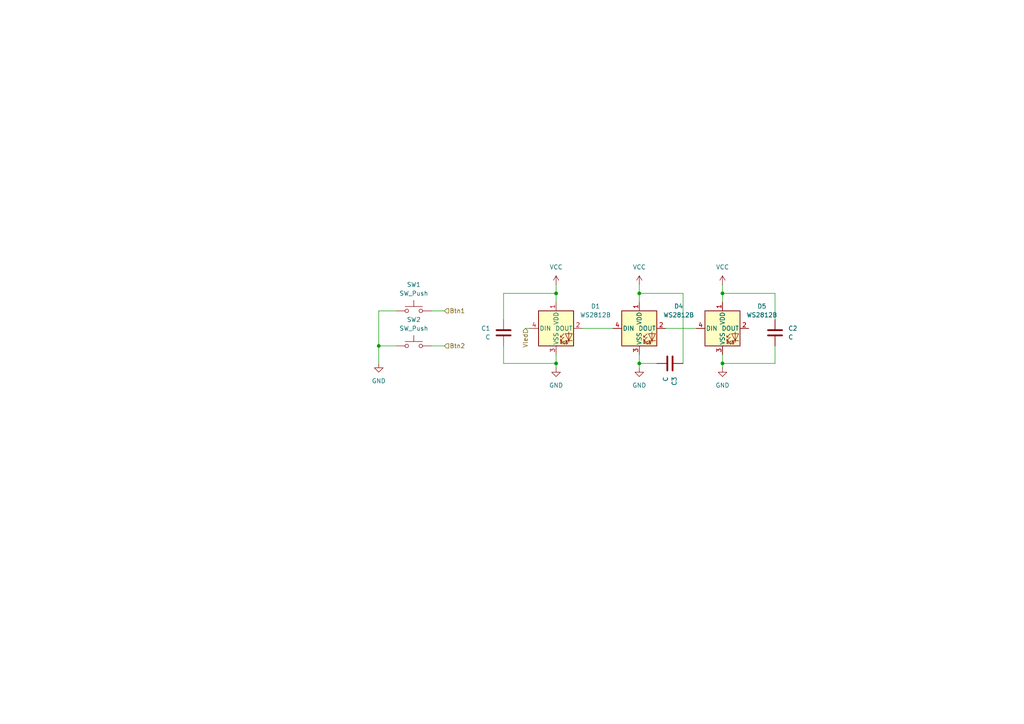
<source format=kicad_sch>
(kicad_sch (version 20250114) (generator "eeschema") (generator_version "9.0")
  (paper "A4")
  (lib_symbols
    (symbol "Device:C" (pin_numbers (hide yes)) (pin_names (offset 0.254))
      (property "Reference" "C" (at 0.635 2.54 0))
      (property "Value" "C" (at 0.635 -2.54 0))
      (symbol "C_0_1"
        (polyline (pts (xy -2.032 0.762) (xy 2.032 0.762)) (stroke (width 0.508)))
        (polyline (pts (xy -2.032 -0.762) (xy 2.032 -0.762)) (stroke (width 0.508)))
      )
      (symbol "C_1_1"
        (pin passive line (at 0 3.81 270) (length 2.794) (name "~") (number "1"))
        (pin passive line (at 0 -3.81 90) (length 2.794) (name "~") (number "2"))
      )
    )
    (symbol "LED:WS2812B" (pin_names (offset 0.254))
      (property "Reference" "D" (at 5.08 5.715 0))
      (property "Value" "WS2812B" (at 1.27 -5.715 0))
      (symbol "WS2812B_0_0"
        (text "RGB" (at 2.286 -4.191 0) (effects (font (size 0.762 0.762))))
      )
      (symbol "WS2812B_0_1"
        (polyline (pts (xy 1.27 -2.54) (xy 1.778 -2.54)))
        (polyline (pts (xy 1.27 -3.556) (xy 1.778 -3.556)))
        (polyline (pts (xy 2.286 -1.524) (xy 1.27 -2.54) (xy 1.27 -2.032)))
        (polyline (pts (xy 2.286 -2.54) (xy 1.27 -3.556) (xy 1.27 -3.048)))
        (polyline (pts (xy 3.683 -1.016) (xy 3.683 -3.556) (xy 3.683 -4.064)))
        (polyline (pts (xy 4.699 -1.524) (xy 2.667 -1.524) (xy 3.683 -3.556) (xy 4.699 -1.524)))
        (polyline (pts (xy 4.699 -3.556) (xy 2.667 -3.556)))
        (rectangle (start 5.08 5.08) (end -5.08 -5.08) (stroke (width 0.254)) (fill (type background)))
      )
      (symbol "WS2812B_1_1"
        (pin input line (at -7.62 0 0) (length 2.54) (name "DIN") (number "4"))
        (pin power_in line (at 0 7.62 270) (length 2.54) (name "VDD") (number "1"))
        (pin power_in line (at 0 -7.62 90) (length 2.54) (name "VSS") (number "3"))
        (pin output line (at 7.62 0 180) (length 2.54) (name "DOUT") (number "2"))
      )
    )
    (symbol "Switch:SW_Push" (pin_numbers (hide yes)) (pin_names (offset 1.016) (hide yes))
      (property "Reference" "SW" (at 1.27 2.54 0))
      (property "Value" "SW_Push" (at 0 -1.524 0))
      (symbol "SW_Push_0_1"
        (circle (center -2.032 0) (radius 0.508))
        (polyline (pts (xy 0 1.27) (xy 0 3.048)))
        (circle (center 2.032 0) (radius 0.508))
        (polyline (pts (xy 2.54 1.27) (xy -2.54 1.27)))
        (pin passive line (at -5.08 0 0) (length 2.54) (name "1") (number "1"))
        (pin passive line (at 5.08 0 180) (length 2.54) (name "2") (number "2"))
      )
    )
    (symbol "power:GND" (power) (pin_numbers (hide yes)) (pin_names (offset 0) (hide yes))
      (property "Value" "GND" (at 0 -3.81 0))
      (symbol "GND_0_1"
        (polyline (pts (xy 0 0) (xy 0 -1.27) (xy 1.27 -1.27) (xy 0 -2.54) (xy -1.27 -1.27) (xy 0 -1.27)))
      )
      (symbol "GND_1_1"
        (pin power_in line (at 0 0 270) (length 0) (name "~") (number "1"))
      )
    )
    (symbol "power:VCC" (power) (pin_numbers (hide yes)) (pin_names (offset 0) (hide yes))
      (property "Value" "VCC" (at 0 3.556 0))
      (symbol "VCC_0_1"
        (polyline (pts (xy -0.762 1.27) (xy 0 2.54)))
        (polyline (pts (xy 0 2.54) (xy 0.762 1.27)))
        (polyline (pts (xy 0 0) (xy 0 2.54)))
      )
      (symbol "VCC_1_1"
        (pin power_in line (at 0 0 90) (length 0) (name "~") (number "1"))
      )
    )
  )
  (junction (at 109.855 100.33))
  (junction (at 161.29 85.09))
  (junction (at 185.42 105.41))
  (junction (at 185.42 85.09))
  (junction (at 161.29 105.41))
  (junction (at 209.55 85.09))
  (junction (at 209.55 105.41))
  (wire (pts (xy 146.05 100.33) (xy 146.05 105.41)))
  (wire (pts (xy 146.05 105.41) (xy 161.29 105.41)))
  (wire (pts (xy 125.095 90.17) (xy 128.905 90.17)))
  (wire (pts (xy 109.855 90.17) (xy 109.855 100.33)))
  (wire (pts (xy 185.42 102.87) (xy 185.42 105.41)))
  (wire (pts (xy 161.29 82.55) (xy 161.29 85.09)))
  (wire (pts (xy 209.55 102.87) (xy 209.55 105.41)))
  (wire (pts (xy 109.855 90.17) (xy 114.935 90.17)))
  (wire (pts (xy 185.42 105.41) (xy 190.5 105.41)))
  (wire (pts (xy 224.79 85.09) (xy 209.55 85.09)))
  (wire (pts (xy 198.12 105.41) (xy 198.12 85.09)))
  (wire (pts (xy 209.55 85.09) (xy 209.55 87.63)))
  (wire (pts (xy 224.79 100.33) (xy 224.79 105.41)))
  (wire (pts (xy 109.855 100.33) (xy 109.855 105.41)))
  (wire (pts (xy 185.42 85.09) (xy 185.42 87.63)))
  (wire (pts (xy 109.855 100.33) (xy 114.935 100.33)))
  (wire (pts (xy 224.79 92.71) (xy 224.79 85.09)))
  (wire (pts (xy 193.04 95.25) (xy 201.93 95.25)))
  (wire (pts (xy 185.42 82.55) (xy 185.42 85.09)))
  (wire (pts (xy 146.05 85.09) (xy 161.29 85.09)))
  (wire (pts (xy 161.29 85.09) (xy 161.29 87.63)))
  (wire (pts (xy 146.05 92.71) (xy 146.05 85.09)))
  (wire (pts (xy 168.91 95.25) (xy 177.8 95.25)))
  (wire (pts (xy 161.29 102.87) (xy 161.29 105.41)))
  (wire (pts (xy 198.12 85.09) (xy 185.42 85.09)))
  (wire (pts (xy 152.4 95.25) (xy 153.67 95.25)))
  (wire (pts (xy 224.79 105.41) (xy 209.55 105.41)))
  (wire (pts (xy 185.42 105.41) (xy 185.42 106.68)))
  (wire (pts (xy 161.29 105.41) (xy 161.29 106.68)))
  (wire (pts (xy 125.095 100.33) (xy 128.905 100.33)))
  (wire (pts (xy 209.55 105.41) (xy 209.55 106.68)))
  (wire (pts (xy 209.55 82.55) (xy 209.55 85.09)))
  (hierarchical_label "Vled" (shape input) (at 152.4 95.25 270))
  (hierarchical_label "Btn2" (shape input) (at 128.905 100.33 0))
  (hierarchical_label "Btn1" (shape input) (at 128.905 90.17 0))
  (symbol (lib_id "Switch:SW_Push") (at 120.015 100.33 0) (unit 1)
    (property "Reference" "SW2" (at 120.015 92.71 0))
    (property "Value" "SW_Push" (at 120.015 95.25 0))
    (property "Footprint" "Button_Switch_THT:SW_PUSH-12mm" (effects (hide yes)))
    (property "Description" "Push button switch, generic, two pins" (effects (hide yes)))
  )
  (symbol (lib_id "power:VCC") (at 209.55 82.55 0) (unit 1)
    (property "Reference" "#PWR017" (effects (hide yes)))
    (property "Value" "VCC" (at 209.55 77.47 0))
    (property "Description" "Power symbol creates a global label with name \"VCC\"" (effects (hide yes)))
  )
  (symbol (lib_id "power:GND") (at 185.42 106.68 0) (unit 1)
    (property "Reference" "#PWR018" (effects (hide yes)))
    (property "Value" "GND" (at 185.42 111.76 0))
    (property "Description" "Power symbol creates a global label with name \"GND\" , ground" (effects (hide yes)))
  )
  (symbol (lib_id "power:GND") (at 161.29 106.68 0) (unit 1)
    (property "Reference" "#PWR016" (effects (hide yes)))
    (property "Value" "GND" (at 161.29 111.76 0))
    (property "Description" "Power symbol creates a global label with name \"GND\" , ground" (effects (hide yes)))
  )
  (symbol (lib_id "power:VCC") (at 185.42 82.55 0) (unit 1)
    (property "Reference" "#PWR012" (effects (hide yes)))
    (property "Value" "VCC" (at 185.42 77.47 0))
    (property "Description" "Power symbol creates a global label with name \"VCC\"" (effects (hide yes)))
  )
  (symbol (lib_id "LED:WS2812B") (at 209.55 95.25 0) (unit 1)
    (property "Reference" "D5" (at 220.98 88.8298 0))
    (property "Value" "WS2812B" (at 220.98 91.3698 0))
    (property "Footprint" "LED_SMD:LED_WS2812B-Mini_PLCC4_3.5x3.5mm" (effects (hide yes)))
    (property "Datasheet" "https://cdn-shop.adafruit.com/datasheets/WS2812B.pdf" (effects (hide yes)))
    (property "Description" "RGB LED with integrated controller" (effects (hide yes)))
    (property "Obs" "Version mini (3535)" (effects (hide yes)))
  )
  (symbol (lib_id "LED:WS2812B") (at 161.29 95.25 0) (unit 1)
    (property "Reference" "D1" (at 172.72 88.8298 0))
    (property "Value" "WS2812B" (at 172.72 91.3698 0))
    (property "Footprint" "LED_SMD:LED_WS2812B-Mini_PLCC4_3.5x3.5mm" (effects (hide yes)))
    (property "Datasheet" "https://cdn-shop.adafruit.com/datasheets/WS2812B.pdf" (effects (hide yes)))
    (property "Description" "RGB LED with integrated controller" (effects (hide yes)))
    (property "Obs" "Version mini (3535)" (effects (hide yes)))
  )
  (symbol (lib_id "Device:C") (at 224.79 96.52 0) (unit 1)
    (property "Reference" "C2" (at 228.6 95.2499 0) (effects (justify left)))
    (property "Value" "C" (at 228.6 97.7899 0) (effects (justify left)))
    (property "Footprint" "Diode_THT:D_T-1_P5.08mm_Horizontal" (effects (hide yes)))
    (property "Description" "Unpolarized capacitor" (effects (hide yes)))
  )
  (symbol (lib_id "power:GND") (at 209.55 106.68 0) (unit 1)
    (property "Reference" "#PWR019" (effects (hide yes)))
    (property "Value" "GND" (at 209.55 111.76 0))
    (property "Description" "Power symbol creates a global label with name \"GND\" , ground" (effects (hide yes)))
  )
  (symbol (lib_id "Device:C") (at 146.05 96.52 0) (mirror y) (unit 1)
    (property "Reference" "C1" (at 142.24 95.2499 0) (effects (justify left)))
    (property "Value" "C" (at 142.24 97.7899 0) (effects (justify left)))
    (property "Footprint" "Diode_THT:D_T-1_P5.08mm_Horizontal" (effects (hide yes)))
    (property "Description" "Unpolarized capacitor" (effects (hide yes)))
  )
  (symbol (lib_id "power:VCC") (at 161.29 82.55 0) (unit 1)
    (property "Reference" "#PWR07" (effects (hide yes)))
    (property "Value" "VCC" (at 161.29 77.47 0))
    (property "Description" "Power symbol creates a global label with name \"VCC\"" (effects (hide yes)))
  )
  (symbol (lib_id "Switch:SW_Push") (at 120.015 90.17 0) (unit 1)
    (property "Reference" "SW1" (at 120.015 82.55 0))
    (property "Value" "SW_Push" (at 120.015 85.09 0))
    (property "Footprint" "Button_Switch_THT:SW_PUSH-12mm" (effects (hide yes)))
    (property "Description" "Push button switch, generic, two pins" (effects (hide yes)))
  )
  (symbol (lib_id "LED:WS2812B") (at 185.42 95.25 0) (unit 1)
    (property "Reference" "D4" (at 196.85 88.8298 0))
    (property "Value" "WS2812B" (at 196.85 91.3698 0))
    (property "Footprint" "LED_SMD:LED_WS2812B-Mini_PLCC4_3.5x3.5mm" (effects (hide yes)))
    (property "Datasheet" "https://cdn-shop.adafruit.com/datasheets/WS2812B.pdf" (effects (hide yes)))
    (property "Description" "RGB LED with integrated controller" (effects (hide yes)))
    (property "Obs" "Version mini (3535)" (effects (hide yes)))
  )
  (symbol (lib_id "Device:C") (at 194.31 105.41 270) (unit 1)
    (property "Reference" "C3" (at 195.5801 109.22 0) (effects (justify left)))
    (property "Value" "C" (at 193.0401 109.22 0) (effects (justify left)))
    (property "Footprint" "Diode_THT:D_T-1_P5.08mm_Horizontal" (effects (hide yes)))
    (property "Description" "Unpolarized capacitor" (effects (hide yes)))
  )
  (symbol (lib_id "power:GND") (at 109.855 105.41 0) (unit 1)
    (property "Reference" "#PWR015" (effects (hide yes)))
    (property "Value" "GND" (at 109.855 110.49 0))
    (property "Description" "Power symbol creates a global label with name \"GND\" , ground" (effects (hide yes)))
  )
)
</source>
